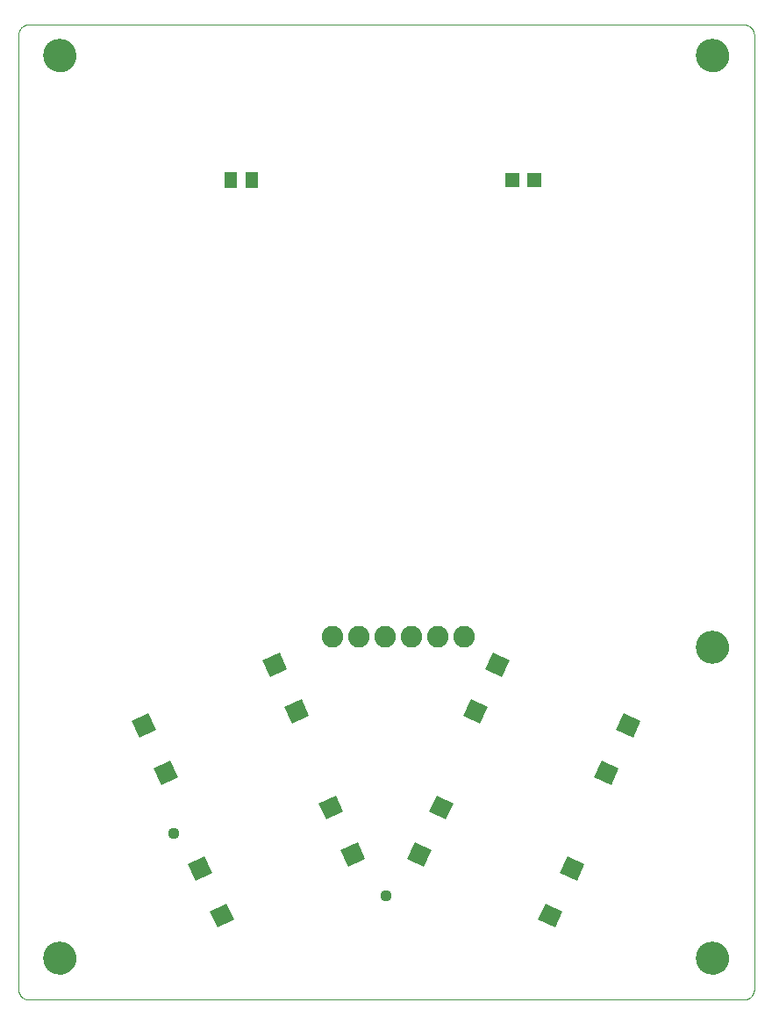
<source format=gbs>
G75*
%MOIN*%
%OFA0B0*%
%FSLAX25Y25*%
%IPPOS*%
%LPD*%
%AMOC8*
5,1,8,0,0,1.08239X$1,22.5*
%
%ADD10C,0.00000*%
%ADD11R,0.07099X0.06902*%
%ADD12C,0.08200*%
%ADD13C,0.12611*%
%ADD14R,0.05131X0.06312*%
%ADD15R,0.05524X0.05524*%
%ADD16C,0.04369*%
D10*
X0005437Y0002252D02*
X0277091Y0002252D01*
X0277215Y0002254D01*
X0277338Y0002260D01*
X0277462Y0002269D01*
X0277584Y0002283D01*
X0277707Y0002300D01*
X0277829Y0002322D01*
X0277950Y0002347D01*
X0278070Y0002376D01*
X0278189Y0002408D01*
X0278308Y0002445D01*
X0278425Y0002485D01*
X0278540Y0002528D01*
X0278655Y0002576D01*
X0278767Y0002627D01*
X0278878Y0002681D01*
X0278988Y0002739D01*
X0279095Y0002800D01*
X0279201Y0002865D01*
X0279304Y0002933D01*
X0279405Y0003004D01*
X0279504Y0003078D01*
X0279601Y0003155D01*
X0279695Y0003236D01*
X0279786Y0003319D01*
X0279875Y0003405D01*
X0279961Y0003494D01*
X0280044Y0003585D01*
X0280125Y0003679D01*
X0280202Y0003776D01*
X0280276Y0003875D01*
X0280347Y0003976D01*
X0280415Y0004079D01*
X0280480Y0004185D01*
X0280541Y0004292D01*
X0280599Y0004402D01*
X0280653Y0004513D01*
X0280704Y0004625D01*
X0280752Y0004740D01*
X0280795Y0004855D01*
X0280835Y0004972D01*
X0280872Y0005091D01*
X0280904Y0005210D01*
X0280933Y0005330D01*
X0280958Y0005451D01*
X0280980Y0005573D01*
X0280997Y0005696D01*
X0281011Y0005818D01*
X0281020Y0005942D01*
X0281026Y0006065D01*
X0281028Y0006189D01*
X0281028Y0368394D01*
X0281026Y0368518D01*
X0281020Y0368641D01*
X0281011Y0368765D01*
X0280997Y0368887D01*
X0280980Y0369010D01*
X0280958Y0369132D01*
X0280933Y0369253D01*
X0280904Y0369373D01*
X0280872Y0369492D01*
X0280835Y0369611D01*
X0280795Y0369728D01*
X0280752Y0369843D01*
X0280704Y0369958D01*
X0280653Y0370070D01*
X0280599Y0370181D01*
X0280541Y0370291D01*
X0280480Y0370398D01*
X0280415Y0370504D01*
X0280347Y0370607D01*
X0280276Y0370708D01*
X0280202Y0370807D01*
X0280125Y0370904D01*
X0280044Y0370998D01*
X0279961Y0371089D01*
X0279875Y0371178D01*
X0279786Y0371264D01*
X0279695Y0371347D01*
X0279601Y0371428D01*
X0279504Y0371505D01*
X0279405Y0371579D01*
X0279304Y0371650D01*
X0279201Y0371718D01*
X0279095Y0371783D01*
X0278988Y0371844D01*
X0278878Y0371902D01*
X0278767Y0371956D01*
X0278655Y0372007D01*
X0278540Y0372055D01*
X0278425Y0372098D01*
X0278308Y0372138D01*
X0278189Y0372175D01*
X0278070Y0372207D01*
X0277950Y0372236D01*
X0277829Y0372261D01*
X0277707Y0372283D01*
X0277584Y0372300D01*
X0277462Y0372314D01*
X0277338Y0372323D01*
X0277215Y0372329D01*
X0277091Y0372331D01*
X0005437Y0372331D01*
X0005313Y0372329D01*
X0005190Y0372323D01*
X0005066Y0372314D01*
X0004944Y0372300D01*
X0004821Y0372283D01*
X0004699Y0372261D01*
X0004578Y0372236D01*
X0004458Y0372207D01*
X0004339Y0372175D01*
X0004220Y0372138D01*
X0004103Y0372098D01*
X0003988Y0372055D01*
X0003873Y0372007D01*
X0003761Y0371956D01*
X0003650Y0371902D01*
X0003540Y0371844D01*
X0003433Y0371783D01*
X0003327Y0371718D01*
X0003224Y0371650D01*
X0003123Y0371579D01*
X0003024Y0371505D01*
X0002927Y0371428D01*
X0002833Y0371347D01*
X0002742Y0371264D01*
X0002653Y0371178D01*
X0002567Y0371089D01*
X0002484Y0370998D01*
X0002403Y0370904D01*
X0002326Y0370807D01*
X0002252Y0370708D01*
X0002181Y0370607D01*
X0002113Y0370504D01*
X0002048Y0370398D01*
X0001987Y0370291D01*
X0001929Y0370181D01*
X0001875Y0370070D01*
X0001824Y0369958D01*
X0001776Y0369843D01*
X0001733Y0369728D01*
X0001693Y0369611D01*
X0001656Y0369492D01*
X0001624Y0369373D01*
X0001595Y0369253D01*
X0001570Y0369132D01*
X0001548Y0369010D01*
X0001531Y0368887D01*
X0001517Y0368765D01*
X0001508Y0368641D01*
X0001502Y0368518D01*
X0001500Y0368394D01*
X0001500Y0006189D01*
X0001502Y0006065D01*
X0001508Y0005942D01*
X0001517Y0005818D01*
X0001531Y0005696D01*
X0001548Y0005573D01*
X0001570Y0005451D01*
X0001595Y0005330D01*
X0001624Y0005210D01*
X0001656Y0005091D01*
X0001693Y0004972D01*
X0001733Y0004855D01*
X0001776Y0004740D01*
X0001824Y0004625D01*
X0001875Y0004513D01*
X0001929Y0004402D01*
X0001987Y0004292D01*
X0002048Y0004185D01*
X0002113Y0004079D01*
X0002181Y0003976D01*
X0002252Y0003875D01*
X0002326Y0003776D01*
X0002403Y0003679D01*
X0002484Y0003585D01*
X0002567Y0003494D01*
X0002653Y0003405D01*
X0002742Y0003319D01*
X0002833Y0003236D01*
X0002927Y0003155D01*
X0003024Y0003078D01*
X0003123Y0003004D01*
X0003224Y0002933D01*
X0003327Y0002865D01*
X0003433Y0002800D01*
X0003540Y0002739D01*
X0003650Y0002681D01*
X0003761Y0002627D01*
X0003873Y0002576D01*
X0003988Y0002528D01*
X0004103Y0002485D01*
X0004220Y0002445D01*
X0004339Y0002408D01*
X0004458Y0002376D01*
X0004578Y0002347D01*
X0004699Y0002322D01*
X0004821Y0002300D01*
X0004944Y0002283D01*
X0005066Y0002269D01*
X0005190Y0002260D01*
X0005313Y0002254D01*
X0005437Y0002252D01*
X0011342Y0018000D02*
X0011344Y0018153D01*
X0011350Y0018307D01*
X0011360Y0018460D01*
X0011374Y0018612D01*
X0011392Y0018765D01*
X0011414Y0018916D01*
X0011439Y0019067D01*
X0011469Y0019218D01*
X0011503Y0019368D01*
X0011540Y0019516D01*
X0011581Y0019664D01*
X0011626Y0019810D01*
X0011675Y0019956D01*
X0011728Y0020100D01*
X0011784Y0020242D01*
X0011844Y0020383D01*
X0011908Y0020523D01*
X0011975Y0020661D01*
X0012046Y0020797D01*
X0012121Y0020931D01*
X0012198Y0021063D01*
X0012280Y0021193D01*
X0012364Y0021321D01*
X0012452Y0021447D01*
X0012543Y0021570D01*
X0012637Y0021691D01*
X0012735Y0021809D01*
X0012835Y0021925D01*
X0012939Y0022038D01*
X0013045Y0022149D01*
X0013154Y0022257D01*
X0013266Y0022362D01*
X0013380Y0022463D01*
X0013498Y0022562D01*
X0013617Y0022658D01*
X0013739Y0022751D01*
X0013864Y0022840D01*
X0013991Y0022927D01*
X0014120Y0023009D01*
X0014251Y0023089D01*
X0014384Y0023165D01*
X0014519Y0023238D01*
X0014656Y0023307D01*
X0014795Y0023372D01*
X0014935Y0023434D01*
X0015077Y0023492D01*
X0015220Y0023547D01*
X0015365Y0023598D01*
X0015511Y0023645D01*
X0015658Y0023688D01*
X0015806Y0023727D01*
X0015955Y0023763D01*
X0016105Y0023794D01*
X0016256Y0023822D01*
X0016407Y0023846D01*
X0016560Y0023866D01*
X0016712Y0023882D01*
X0016865Y0023894D01*
X0017018Y0023902D01*
X0017171Y0023906D01*
X0017325Y0023906D01*
X0017478Y0023902D01*
X0017631Y0023894D01*
X0017784Y0023882D01*
X0017936Y0023866D01*
X0018089Y0023846D01*
X0018240Y0023822D01*
X0018391Y0023794D01*
X0018541Y0023763D01*
X0018690Y0023727D01*
X0018838Y0023688D01*
X0018985Y0023645D01*
X0019131Y0023598D01*
X0019276Y0023547D01*
X0019419Y0023492D01*
X0019561Y0023434D01*
X0019701Y0023372D01*
X0019840Y0023307D01*
X0019977Y0023238D01*
X0020112Y0023165D01*
X0020245Y0023089D01*
X0020376Y0023009D01*
X0020505Y0022927D01*
X0020632Y0022840D01*
X0020757Y0022751D01*
X0020879Y0022658D01*
X0020998Y0022562D01*
X0021116Y0022463D01*
X0021230Y0022362D01*
X0021342Y0022257D01*
X0021451Y0022149D01*
X0021557Y0022038D01*
X0021661Y0021925D01*
X0021761Y0021809D01*
X0021859Y0021691D01*
X0021953Y0021570D01*
X0022044Y0021447D01*
X0022132Y0021321D01*
X0022216Y0021193D01*
X0022298Y0021063D01*
X0022375Y0020931D01*
X0022450Y0020797D01*
X0022521Y0020661D01*
X0022588Y0020523D01*
X0022652Y0020383D01*
X0022712Y0020242D01*
X0022768Y0020100D01*
X0022821Y0019956D01*
X0022870Y0019810D01*
X0022915Y0019664D01*
X0022956Y0019516D01*
X0022993Y0019368D01*
X0023027Y0019218D01*
X0023057Y0019067D01*
X0023082Y0018916D01*
X0023104Y0018765D01*
X0023122Y0018612D01*
X0023136Y0018460D01*
X0023146Y0018307D01*
X0023152Y0018153D01*
X0023154Y0018000D01*
X0023152Y0017847D01*
X0023146Y0017693D01*
X0023136Y0017540D01*
X0023122Y0017388D01*
X0023104Y0017235D01*
X0023082Y0017084D01*
X0023057Y0016933D01*
X0023027Y0016782D01*
X0022993Y0016632D01*
X0022956Y0016484D01*
X0022915Y0016336D01*
X0022870Y0016190D01*
X0022821Y0016044D01*
X0022768Y0015900D01*
X0022712Y0015758D01*
X0022652Y0015617D01*
X0022588Y0015477D01*
X0022521Y0015339D01*
X0022450Y0015203D01*
X0022375Y0015069D01*
X0022298Y0014937D01*
X0022216Y0014807D01*
X0022132Y0014679D01*
X0022044Y0014553D01*
X0021953Y0014430D01*
X0021859Y0014309D01*
X0021761Y0014191D01*
X0021661Y0014075D01*
X0021557Y0013962D01*
X0021451Y0013851D01*
X0021342Y0013743D01*
X0021230Y0013638D01*
X0021116Y0013537D01*
X0020998Y0013438D01*
X0020879Y0013342D01*
X0020757Y0013249D01*
X0020632Y0013160D01*
X0020505Y0013073D01*
X0020376Y0012991D01*
X0020245Y0012911D01*
X0020112Y0012835D01*
X0019977Y0012762D01*
X0019840Y0012693D01*
X0019701Y0012628D01*
X0019561Y0012566D01*
X0019419Y0012508D01*
X0019276Y0012453D01*
X0019131Y0012402D01*
X0018985Y0012355D01*
X0018838Y0012312D01*
X0018690Y0012273D01*
X0018541Y0012237D01*
X0018391Y0012206D01*
X0018240Y0012178D01*
X0018089Y0012154D01*
X0017936Y0012134D01*
X0017784Y0012118D01*
X0017631Y0012106D01*
X0017478Y0012098D01*
X0017325Y0012094D01*
X0017171Y0012094D01*
X0017018Y0012098D01*
X0016865Y0012106D01*
X0016712Y0012118D01*
X0016560Y0012134D01*
X0016407Y0012154D01*
X0016256Y0012178D01*
X0016105Y0012206D01*
X0015955Y0012237D01*
X0015806Y0012273D01*
X0015658Y0012312D01*
X0015511Y0012355D01*
X0015365Y0012402D01*
X0015220Y0012453D01*
X0015077Y0012508D01*
X0014935Y0012566D01*
X0014795Y0012628D01*
X0014656Y0012693D01*
X0014519Y0012762D01*
X0014384Y0012835D01*
X0014251Y0012911D01*
X0014120Y0012991D01*
X0013991Y0013073D01*
X0013864Y0013160D01*
X0013739Y0013249D01*
X0013617Y0013342D01*
X0013498Y0013438D01*
X0013380Y0013537D01*
X0013266Y0013638D01*
X0013154Y0013743D01*
X0013045Y0013851D01*
X0012939Y0013962D01*
X0012835Y0014075D01*
X0012735Y0014191D01*
X0012637Y0014309D01*
X0012543Y0014430D01*
X0012452Y0014553D01*
X0012364Y0014679D01*
X0012280Y0014807D01*
X0012198Y0014937D01*
X0012121Y0015069D01*
X0012046Y0015203D01*
X0011975Y0015339D01*
X0011908Y0015477D01*
X0011844Y0015617D01*
X0011784Y0015758D01*
X0011728Y0015900D01*
X0011675Y0016044D01*
X0011626Y0016190D01*
X0011581Y0016336D01*
X0011540Y0016484D01*
X0011503Y0016632D01*
X0011469Y0016782D01*
X0011439Y0016933D01*
X0011414Y0017084D01*
X0011392Y0017235D01*
X0011374Y0017388D01*
X0011360Y0017540D01*
X0011350Y0017693D01*
X0011344Y0017847D01*
X0011342Y0018000D01*
X0259374Y0018000D02*
X0259376Y0018153D01*
X0259382Y0018307D01*
X0259392Y0018460D01*
X0259406Y0018612D01*
X0259424Y0018765D01*
X0259446Y0018916D01*
X0259471Y0019067D01*
X0259501Y0019218D01*
X0259535Y0019368D01*
X0259572Y0019516D01*
X0259613Y0019664D01*
X0259658Y0019810D01*
X0259707Y0019956D01*
X0259760Y0020100D01*
X0259816Y0020242D01*
X0259876Y0020383D01*
X0259940Y0020523D01*
X0260007Y0020661D01*
X0260078Y0020797D01*
X0260153Y0020931D01*
X0260230Y0021063D01*
X0260312Y0021193D01*
X0260396Y0021321D01*
X0260484Y0021447D01*
X0260575Y0021570D01*
X0260669Y0021691D01*
X0260767Y0021809D01*
X0260867Y0021925D01*
X0260971Y0022038D01*
X0261077Y0022149D01*
X0261186Y0022257D01*
X0261298Y0022362D01*
X0261412Y0022463D01*
X0261530Y0022562D01*
X0261649Y0022658D01*
X0261771Y0022751D01*
X0261896Y0022840D01*
X0262023Y0022927D01*
X0262152Y0023009D01*
X0262283Y0023089D01*
X0262416Y0023165D01*
X0262551Y0023238D01*
X0262688Y0023307D01*
X0262827Y0023372D01*
X0262967Y0023434D01*
X0263109Y0023492D01*
X0263252Y0023547D01*
X0263397Y0023598D01*
X0263543Y0023645D01*
X0263690Y0023688D01*
X0263838Y0023727D01*
X0263987Y0023763D01*
X0264137Y0023794D01*
X0264288Y0023822D01*
X0264439Y0023846D01*
X0264592Y0023866D01*
X0264744Y0023882D01*
X0264897Y0023894D01*
X0265050Y0023902D01*
X0265203Y0023906D01*
X0265357Y0023906D01*
X0265510Y0023902D01*
X0265663Y0023894D01*
X0265816Y0023882D01*
X0265968Y0023866D01*
X0266121Y0023846D01*
X0266272Y0023822D01*
X0266423Y0023794D01*
X0266573Y0023763D01*
X0266722Y0023727D01*
X0266870Y0023688D01*
X0267017Y0023645D01*
X0267163Y0023598D01*
X0267308Y0023547D01*
X0267451Y0023492D01*
X0267593Y0023434D01*
X0267733Y0023372D01*
X0267872Y0023307D01*
X0268009Y0023238D01*
X0268144Y0023165D01*
X0268277Y0023089D01*
X0268408Y0023009D01*
X0268537Y0022927D01*
X0268664Y0022840D01*
X0268789Y0022751D01*
X0268911Y0022658D01*
X0269030Y0022562D01*
X0269148Y0022463D01*
X0269262Y0022362D01*
X0269374Y0022257D01*
X0269483Y0022149D01*
X0269589Y0022038D01*
X0269693Y0021925D01*
X0269793Y0021809D01*
X0269891Y0021691D01*
X0269985Y0021570D01*
X0270076Y0021447D01*
X0270164Y0021321D01*
X0270248Y0021193D01*
X0270330Y0021063D01*
X0270407Y0020931D01*
X0270482Y0020797D01*
X0270553Y0020661D01*
X0270620Y0020523D01*
X0270684Y0020383D01*
X0270744Y0020242D01*
X0270800Y0020100D01*
X0270853Y0019956D01*
X0270902Y0019810D01*
X0270947Y0019664D01*
X0270988Y0019516D01*
X0271025Y0019368D01*
X0271059Y0019218D01*
X0271089Y0019067D01*
X0271114Y0018916D01*
X0271136Y0018765D01*
X0271154Y0018612D01*
X0271168Y0018460D01*
X0271178Y0018307D01*
X0271184Y0018153D01*
X0271186Y0018000D01*
X0271184Y0017847D01*
X0271178Y0017693D01*
X0271168Y0017540D01*
X0271154Y0017388D01*
X0271136Y0017235D01*
X0271114Y0017084D01*
X0271089Y0016933D01*
X0271059Y0016782D01*
X0271025Y0016632D01*
X0270988Y0016484D01*
X0270947Y0016336D01*
X0270902Y0016190D01*
X0270853Y0016044D01*
X0270800Y0015900D01*
X0270744Y0015758D01*
X0270684Y0015617D01*
X0270620Y0015477D01*
X0270553Y0015339D01*
X0270482Y0015203D01*
X0270407Y0015069D01*
X0270330Y0014937D01*
X0270248Y0014807D01*
X0270164Y0014679D01*
X0270076Y0014553D01*
X0269985Y0014430D01*
X0269891Y0014309D01*
X0269793Y0014191D01*
X0269693Y0014075D01*
X0269589Y0013962D01*
X0269483Y0013851D01*
X0269374Y0013743D01*
X0269262Y0013638D01*
X0269148Y0013537D01*
X0269030Y0013438D01*
X0268911Y0013342D01*
X0268789Y0013249D01*
X0268664Y0013160D01*
X0268537Y0013073D01*
X0268408Y0012991D01*
X0268277Y0012911D01*
X0268144Y0012835D01*
X0268009Y0012762D01*
X0267872Y0012693D01*
X0267733Y0012628D01*
X0267593Y0012566D01*
X0267451Y0012508D01*
X0267308Y0012453D01*
X0267163Y0012402D01*
X0267017Y0012355D01*
X0266870Y0012312D01*
X0266722Y0012273D01*
X0266573Y0012237D01*
X0266423Y0012206D01*
X0266272Y0012178D01*
X0266121Y0012154D01*
X0265968Y0012134D01*
X0265816Y0012118D01*
X0265663Y0012106D01*
X0265510Y0012098D01*
X0265357Y0012094D01*
X0265203Y0012094D01*
X0265050Y0012098D01*
X0264897Y0012106D01*
X0264744Y0012118D01*
X0264592Y0012134D01*
X0264439Y0012154D01*
X0264288Y0012178D01*
X0264137Y0012206D01*
X0263987Y0012237D01*
X0263838Y0012273D01*
X0263690Y0012312D01*
X0263543Y0012355D01*
X0263397Y0012402D01*
X0263252Y0012453D01*
X0263109Y0012508D01*
X0262967Y0012566D01*
X0262827Y0012628D01*
X0262688Y0012693D01*
X0262551Y0012762D01*
X0262416Y0012835D01*
X0262283Y0012911D01*
X0262152Y0012991D01*
X0262023Y0013073D01*
X0261896Y0013160D01*
X0261771Y0013249D01*
X0261649Y0013342D01*
X0261530Y0013438D01*
X0261412Y0013537D01*
X0261298Y0013638D01*
X0261186Y0013743D01*
X0261077Y0013851D01*
X0260971Y0013962D01*
X0260867Y0014075D01*
X0260767Y0014191D01*
X0260669Y0014309D01*
X0260575Y0014430D01*
X0260484Y0014553D01*
X0260396Y0014679D01*
X0260312Y0014807D01*
X0260230Y0014937D01*
X0260153Y0015069D01*
X0260078Y0015203D01*
X0260007Y0015339D01*
X0259940Y0015477D01*
X0259876Y0015617D01*
X0259816Y0015758D01*
X0259760Y0015900D01*
X0259707Y0016044D01*
X0259658Y0016190D01*
X0259613Y0016336D01*
X0259572Y0016484D01*
X0259535Y0016632D01*
X0259501Y0016782D01*
X0259471Y0016933D01*
X0259446Y0017084D01*
X0259424Y0017235D01*
X0259406Y0017388D01*
X0259392Y0017540D01*
X0259382Y0017693D01*
X0259376Y0017847D01*
X0259374Y0018000D01*
X0259374Y0136110D02*
X0259376Y0136263D01*
X0259382Y0136417D01*
X0259392Y0136570D01*
X0259406Y0136722D01*
X0259424Y0136875D01*
X0259446Y0137026D01*
X0259471Y0137177D01*
X0259501Y0137328D01*
X0259535Y0137478D01*
X0259572Y0137626D01*
X0259613Y0137774D01*
X0259658Y0137920D01*
X0259707Y0138066D01*
X0259760Y0138210D01*
X0259816Y0138352D01*
X0259876Y0138493D01*
X0259940Y0138633D01*
X0260007Y0138771D01*
X0260078Y0138907D01*
X0260153Y0139041D01*
X0260230Y0139173D01*
X0260312Y0139303D01*
X0260396Y0139431D01*
X0260484Y0139557D01*
X0260575Y0139680D01*
X0260669Y0139801D01*
X0260767Y0139919D01*
X0260867Y0140035D01*
X0260971Y0140148D01*
X0261077Y0140259D01*
X0261186Y0140367D01*
X0261298Y0140472D01*
X0261412Y0140573D01*
X0261530Y0140672D01*
X0261649Y0140768D01*
X0261771Y0140861D01*
X0261896Y0140950D01*
X0262023Y0141037D01*
X0262152Y0141119D01*
X0262283Y0141199D01*
X0262416Y0141275D01*
X0262551Y0141348D01*
X0262688Y0141417D01*
X0262827Y0141482D01*
X0262967Y0141544D01*
X0263109Y0141602D01*
X0263252Y0141657D01*
X0263397Y0141708D01*
X0263543Y0141755D01*
X0263690Y0141798D01*
X0263838Y0141837D01*
X0263987Y0141873D01*
X0264137Y0141904D01*
X0264288Y0141932D01*
X0264439Y0141956D01*
X0264592Y0141976D01*
X0264744Y0141992D01*
X0264897Y0142004D01*
X0265050Y0142012D01*
X0265203Y0142016D01*
X0265357Y0142016D01*
X0265510Y0142012D01*
X0265663Y0142004D01*
X0265816Y0141992D01*
X0265968Y0141976D01*
X0266121Y0141956D01*
X0266272Y0141932D01*
X0266423Y0141904D01*
X0266573Y0141873D01*
X0266722Y0141837D01*
X0266870Y0141798D01*
X0267017Y0141755D01*
X0267163Y0141708D01*
X0267308Y0141657D01*
X0267451Y0141602D01*
X0267593Y0141544D01*
X0267733Y0141482D01*
X0267872Y0141417D01*
X0268009Y0141348D01*
X0268144Y0141275D01*
X0268277Y0141199D01*
X0268408Y0141119D01*
X0268537Y0141037D01*
X0268664Y0140950D01*
X0268789Y0140861D01*
X0268911Y0140768D01*
X0269030Y0140672D01*
X0269148Y0140573D01*
X0269262Y0140472D01*
X0269374Y0140367D01*
X0269483Y0140259D01*
X0269589Y0140148D01*
X0269693Y0140035D01*
X0269793Y0139919D01*
X0269891Y0139801D01*
X0269985Y0139680D01*
X0270076Y0139557D01*
X0270164Y0139431D01*
X0270248Y0139303D01*
X0270330Y0139173D01*
X0270407Y0139041D01*
X0270482Y0138907D01*
X0270553Y0138771D01*
X0270620Y0138633D01*
X0270684Y0138493D01*
X0270744Y0138352D01*
X0270800Y0138210D01*
X0270853Y0138066D01*
X0270902Y0137920D01*
X0270947Y0137774D01*
X0270988Y0137626D01*
X0271025Y0137478D01*
X0271059Y0137328D01*
X0271089Y0137177D01*
X0271114Y0137026D01*
X0271136Y0136875D01*
X0271154Y0136722D01*
X0271168Y0136570D01*
X0271178Y0136417D01*
X0271184Y0136263D01*
X0271186Y0136110D01*
X0271184Y0135957D01*
X0271178Y0135803D01*
X0271168Y0135650D01*
X0271154Y0135498D01*
X0271136Y0135345D01*
X0271114Y0135194D01*
X0271089Y0135043D01*
X0271059Y0134892D01*
X0271025Y0134742D01*
X0270988Y0134594D01*
X0270947Y0134446D01*
X0270902Y0134300D01*
X0270853Y0134154D01*
X0270800Y0134010D01*
X0270744Y0133868D01*
X0270684Y0133727D01*
X0270620Y0133587D01*
X0270553Y0133449D01*
X0270482Y0133313D01*
X0270407Y0133179D01*
X0270330Y0133047D01*
X0270248Y0132917D01*
X0270164Y0132789D01*
X0270076Y0132663D01*
X0269985Y0132540D01*
X0269891Y0132419D01*
X0269793Y0132301D01*
X0269693Y0132185D01*
X0269589Y0132072D01*
X0269483Y0131961D01*
X0269374Y0131853D01*
X0269262Y0131748D01*
X0269148Y0131647D01*
X0269030Y0131548D01*
X0268911Y0131452D01*
X0268789Y0131359D01*
X0268664Y0131270D01*
X0268537Y0131183D01*
X0268408Y0131101D01*
X0268277Y0131021D01*
X0268144Y0130945D01*
X0268009Y0130872D01*
X0267872Y0130803D01*
X0267733Y0130738D01*
X0267593Y0130676D01*
X0267451Y0130618D01*
X0267308Y0130563D01*
X0267163Y0130512D01*
X0267017Y0130465D01*
X0266870Y0130422D01*
X0266722Y0130383D01*
X0266573Y0130347D01*
X0266423Y0130316D01*
X0266272Y0130288D01*
X0266121Y0130264D01*
X0265968Y0130244D01*
X0265816Y0130228D01*
X0265663Y0130216D01*
X0265510Y0130208D01*
X0265357Y0130204D01*
X0265203Y0130204D01*
X0265050Y0130208D01*
X0264897Y0130216D01*
X0264744Y0130228D01*
X0264592Y0130244D01*
X0264439Y0130264D01*
X0264288Y0130288D01*
X0264137Y0130316D01*
X0263987Y0130347D01*
X0263838Y0130383D01*
X0263690Y0130422D01*
X0263543Y0130465D01*
X0263397Y0130512D01*
X0263252Y0130563D01*
X0263109Y0130618D01*
X0262967Y0130676D01*
X0262827Y0130738D01*
X0262688Y0130803D01*
X0262551Y0130872D01*
X0262416Y0130945D01*
X0262283Y0131021D01*
X0262152Y0131101D01*
X0262023Y0131183D01*
X0261896Y0131270D01*
X0261771Y0131359D01*
X0261649Y0131452D01*
X0261530Y0131548D01*
X0261412Y0131647D01*
X0261298Y0131748D01*
X0261186Y0131853D01*
X0261077Y0131961D01*
X0260971Y0132072D01*
X0260867Y0132185D01*
X0260767Y0132301D01*
X0260669Y0132419D01*
X0260575Y0132540D01*
X0260484Y0132663D01*
X0260396Y0132789D01*
X0260312Y0132917D01*
X0260230Y0133047D01*
X0260153Y0133179D01*
X0260078Y0133313D01*
X0260007Y0133449D01*
X0259940Y0133587D01*
X0259876Y0133727D01*
X0259816Y0133868D01*
X0259760Y0134010D01*
X0259707Y0134154D01*
X0259658Y0134300D01*
X0259613Y0134446D01*
X0259572Y0134594D01*
X0259535Y0134742D01*
X0259501Y0134892D01*
X0259471Y0135043D01*
X0259446Y0135194D01*
X0259424Y0135345D01*
X0259406Y0135498D01*
X0259392Y0135650D01*
X0259382Y0135803D01*
X0259376Y0135957D01*
X0259374Y0136110D01*
X0259374Y0360520D02*
X0259376Y0360673D01*
X0259382Y0360827D01*
X0259392Y0360980D01*
X0259406Y0361132D01*
X0259424Y0361285D01*
X0259446Y0361436D01*
X0259471Y0361587D01*
X0259501Y0361738D01*
X0259535Y0361888D01*
X0259572Y0362036D01*
X0259613Y0362184D01*
X0259658Y0362330D01*
X0259707Y0362476D01*
X0259760Y0362620D01*
X0259816Y0362762D01*
X0259876Y0362903D01*
X0259940Y0363043D01*
X0260007Y0363181D01*
X0260078Y0363317D01*
X0260153Y0363451D01*
X0260230Y0363583D01*
X0260312Y0363713D01*
X0260396Y0363841D01*
X0260484Y0363967D01*
X0260575Y0364090D01*
X0260669Y0364211D01*
X0260767Y0364329D01*
X0260867Y0364445D01*
X0260971Y0364558D01*
X0261077Y0364669D01*
X0261186Y0364777D01*
X0261298Y0364882D01*
X0261412Y0364983D01*
X0261530Y0365082D01*
X0261649Y0365178D01*
X0261771Y0365271D01*
X0261896Y0365360D01*
X0262023Y0365447D01*
X0262152Y0365529D01*
X0262283Y0365609D01*
X0262416Y0365685D01*
X0262551Y0365758D01*
X0262688Y0365827D01*
X0262827Y0365892D01*
X0262967Y0365954D01*
X0263109Y0366012D01*
X0263252Y0366067D01*
X0263397Y0366118D01*
X0263543Y0366165D01*
X0263690Y0366208D01*
X0263838Y0366247D01*
X0263987Y0366283D01*
X0264137Y0366314D01*
X0264288Y0366342D01*
X0264439Y0366366D01*
X0264592Y0366386D01*
X0264744Y0366402D01*
X0264897Y0366414D01*
X0265050Y0366422D01*
X0265203Y0366426D01*
X0265357Y0366426D01*
X0265510Y0366422D01*
X0265663Y0366414D01*
X0265816Y0366402D01*
X0265968Y0366386D01*
X0266121Y0366366D01*
X0266272Y0366342D01*
X0266423Y0366314D01*
X0266573Y0366283D01*
X0266722Y0366247D01*
X0266870Y0366208D01*
X0267017Y0366165D01*
X0267163Y0366118D01*
X0267308Y0366067D01*
X0267451Y0366012D01*
X0267593Y0365954D01*
X0267733Y0365892D01*
X0267872Y0365827D01*
X0268009Y0365758D01*
X0268144Y0365685D01*
X0268277Y0365609D01*
X0268408Y0365529D01*
X0268537Y0365447D01*
X0268664Y0365360D01*
X0268789Y0365271D01*
X0268911Y0365178D01*
X0269030Y0365082D01*
X0269148Y0364983D01*
X0269262Y0364882D01*
X0269374Y0364777D01*
X0269483Y0364669D01*
X0269589Y0364558D01*
X0269693Y0364445D01*
X0269793Y0364329D01*
X0269891Y0364211D01*
X0269985Y0364090D01*
X0270076Y0363967D01*
X0270164Y0363841D01*
X0270248Y0363713D01*
X0270330Y0363583D01*
X0270407Y0363451D01*
X0270482Y0363317D01*
X0270553Y0363181D01*
X0270620Y0363043D01*
X0270684Y0362903D01*
X0270744Y0362762D01*
X0270800Y0362620D01*
X0270853Y0362476D01*
X0270902Y0362330D01*
X0270947Y0362184D01*
X0270988Y0362036D01*
X0271025Y0361888D01*
X0271059Y0361738D01*
X0271089Y0361587D01*
X0271114Y0361436D01*
X0271136Y0361285D01*
X0271154Y0361132D01*
X0271168Y0360980D01*
X0271178Y0360827D01*
X0271184Y0360673D01*
X0271186Y0360520D01*
X0271184Y0360367D01*
X0271178Y0360213D01*
X0271168Y0360060D01*
X0271154Y0359908D01*
X0271136Y0359755D01*
X0271114Y0359604D01*
X0271089Y0359453D01*
X0271059Y0359302D01*
X0271025Y0359152D01*
X0270988Y0359004D01*
X0270947Y0358856D01*
X0270902Y0358710D01*
X0270853Y0358564D01*
X0270800Y0358420D01*
X0270744Y0358278D01*
X0270684Y0358137D01*
X0270620Y0357997D01*
X0270553Y0357859D01*
X0270482Y0357723D01*
X0270407Y0357589D01*
X0270330Y0357457D01*
X0270248Y0357327D01*
X0270164Y0357199D01*
X0270076Y0357073D01*
X0269985Y0356950D01*
X0269891Y0356829D01*
X0269793Y0356711D01*
X0269693Y0356595D01*
X0269589Y0356482D01*
X0269483Y0356371D01*
X0269374Y0356263D01*
X0269262Y0356158D01*
X0269148Y0356057D01*
X0269030Y0355958D01*
X0268911Y0355862D01*
X0268789Y0355769D01*
X0268664Y0355680D01*
X0268537Y0355593D01*
X0268408Y0355511D01*
X0268277Y0355431D01*
X0268144Y0355355D01*
X0268009Y0355282D01*
X0267872Y0355213D01*
X0267733Y0355148D01*
X0267593Y0355086D01*
X0267451Y0355028D01*
X0267308Y0354973D01*
X0267163Y0354922D01*
X0267017Y0354875D01*
X0266870Y0354832D01*
X0266722Y0354793D01*
X0266573Y0354757D01*
X0266423Y0354726D01*
X0266272Y0354698D01*
X0266121Y0354674D01*
X0265968Y0354654D01*
X0265816Y0354638D01*
X0265663Y0354626D01*
X0265510Y0354618D01*
X0265357Y0354614D01*
X0265203Y0354614D01*
X0265050Y0354618D01*
X0264897Y0354626D01*
X0264744Y0354638D01*
X0264592Y0354654D01*
X0264439Y0354674D01*
X0264288Y0354698D01*
X0264137Y0354726D01*
X0263987Y0354757D01*
X0263838Y0354793D01*
X0263690Y0354832D01*
X0263543Y0354875D01*
X0263397Y0354922D01*
X0263252Y0354973D01*
X0263109Y0355028D01*
X0262967Y0355086D01*
X0262827Y0355148D01*
X0262688Y0355213D01*
X0262551Y0355282D01*
X0262416Y0355355D01*
X0262283Y0355431D01*
X0262152Y0355511D01*
X0262023Y0355593D01*
X0261896Y0355680D01*
X0261771Y0355769D01*
X0261649Y0355862D01*
X0261530Y0355958D01*
X0261412Y0356057D01*
X0261298Y0356158D01*
X0261186Y0356263D01*
X0261077Y0356371D01*
X0260971Y0356482D01*
X0260867Y0356595D01*
X0260767Y0356711D01*
X0260669Y0356829D01*
X0260575Y0356950D01*
X0260484Y0357073D01*
X0260396Y0357199D01*
X0260312Y0357327D01*
X0260230Y0357457D01*
X0260153Y0357589D01*
X0260078Y0357723D01*
X0260007Y0357859D01*
X0259940Y0357997D01*
X0259876Y0358137D01*
X0259816Y0358278D01*
X0259760Y0358420D01*
X0259707Y0358564D01*
X0259658Y0358710D01*
X0259613Y0358856D01*
X0259572Y0359004D01*
X0259535Y0359152D01*
X0259501Y0359302D01*
X0259471Y0359453D01*
X0259446Y0359604D01*
X0259424Y0359755D01*
X0259406Y0359908D01*
X0259392Y0360060D01*
X0259382Y0360213D01*
X0259376Y0360367D01*
X0259374Y0360520D01*
X0011342Y0360520D02*
X0011344Y0360673D01*
X0011350Y0360827D01*
X0011360Y0360980D01*
X0011374Y0361132D01*
X0011392Y0361285D01*
X0011414Y0361436D01*
X0011439Y0361587D01*
X0011469Y0361738D01*
X0011503Y0361888D01*
X0011540Y0362036D01*
X0011581Y0362184D01*
X0011626Y0362330D01*
X0011675Y0362476D01*
X0011728Y0362620D01*
X0011784Y0362762D01*
X0011844Y0362903D01*
X0011908Y0363043D01*
X0011975Y0363181D01*
X0012046Y0363317D01*
X0012121Y0363451D01*
X0012198Y0363583D01*
X0012280Y0363713D01*
X0012364Y0363841D01*
X0012452Y0363967D01*
X0012543Y0364090D01*
X0012637Y0364211D01*
X0012735Y0364329D01*
X0012835Y0364445D01*
X0012939Y0364558D01*
X0013045Y0364669D01*
X0013154Y0364777D01*
X0013266Y0364882D01*
X0013380Y0364983D01*
X0013498Y0365082D01*
X0013617Y0365178D01*
X0013739Y0365271D01*
X0013864Y0365360D01*
X0013991Y0365447D01*
X0014120Y0365529D01*
X0014251Y0365609D01*
X0014384Y0365685D01*
X0014519Y0365758D01*
X0014656Y0365827D01*
X0014795Y0365892D01*
X0014935Y0365954D01*
X0015077Y0366012D01*
X0015220Y0366067D01*
X0015365Y0366118D01*
X0015511Y0366165D01*
X0015658Y0366208D01*
X0015806Y0366247D01*
X0015955Y0366283D01*
X0016105Y0366314D01*
X0016256Y0366342D01*
X0016407Y0366366D01*
X0016560Y0366386D01*
X0016712Y0366402D01*
X0016865Y0366414D01*
X0017018Y0366422D01*
X0017171Y0366426D01*
X0017325Y0366426D01*
X0017478Y0366422D01*
X0017631Y0366414D01*
X0017784Y0366402D01*
X0017936Y0366386D01*
X0018089Y0366366D01*
X0018240Y0366342D01*
X0018391Y0366314D01*
X0018541Y0366283D01*
X0018690Y0366247D01*
X0018838Y0366208D01*
X0018985Y0366165D01*
X0019131Y0366118D01*
X0019276Y0366067D01*
X0019419Y0366012D01*
X0019561Y0365954D01*
X0019701Y0365892D01*
X0019840Y0365827D01*
X0019977Y0365758D01*
X0020112Y0365685D01*
X0020245Y0365609D01*
X0020376Y0365529D01*
X0020505Y0365447D01*
X0020632Y0365360D01*
X0020757Y0365271D01*
X0020879Y0365178D01*
X0020998Y0365082D01*
X0021116Y0364983D01*
X0021230Y0364882D01*
X0021342Y0364777D01*
X0021451Y0364669D01*
X0021557Y0364558D01*
X0021661Y0364445D01*
X0021761Y0364329D01*
X0021859Y0364211D01*
X0021953Y0364090D01*
X0022044Y0363967D01*
X0022132Y0363841D01*
X0022216Y0363713D01*
X0022298Y0363583D01*
X0022375Y0363451D01*
X0022450Y0363317D01*
X0022521Y0363181D01*
X0022588Y0363043D01*
X0022652Y0362903D01*
X0022712Y0362762D01*
X0022768Y0362620D01*
X0022821Y0362476D01*
X0022870Y0362330D01*
X0022915Y0362184D01*
X0022956Y0362036D01*
X0022993Y0361888D01*
X0023027Y0361738D01*
X0023057Y0361587D01*
X0023082Y0361436D01*
X0023104Y0361285D01*
X0023122Y0361132D01*
X0023136Y0360980D01*
X0023146Y0360827D01*
X0023152Y0360673D01*
X0023154Y0360520D01*
X0023152Y0360367D01*
X0023146Y0360213D01*
X0023136Y0360060D01*
X0023122Y0359908D01*
X0023104Y0359755D01*
X0023082Y0359604D01*
X0023057Y0359453D01*
X0023027Y0359302D01*
X0022993Y0359152D01*
X0022956Y0359004D01*
X0022915Y0358856D01*
X0022870Y0358710D01*
X0022821Y0358564D01*
X0022768Y0358420D01*
X0022712Y0358278D01*
X0022652Y0358137D01*
X0022588Y0357997D01*
X0022521Y0357859D01*
X0022450Y0357723D01*
X0022375Y0357589D01*
X0022298Y0357457D01*
X0022216Y0357327D01*
X0022132Y0357199D01*
X0022044Y0357073D01*
X0021953Y0356950D01*
X0021859Y0356829D01*
X0021761Y0356711D01*
X0021661Y0356595D01*
X0021557Y0356482D01*
X0021451Y0356371D01*
X0021342Y0356263D01*
X0021230Y0356158D01*
X0021116Y0356057D01*
X0020998Y0355958D01*
X0020879Y0355862D01*
X0020757Y0355769D01*
X0020632Y0355680D01*
X0020505Y0355593D01*
X0020376Y0355511D01*
X0020245Y0355431D01*
X0020112Y0355355D01*
X0019977Y0355282D01*
X0019840Y0355213D01*
X0019701Y0355148D01*
X0019561Y0355086D01*
X0019419Y0355028D01*
X0019276Y0354973D01*
X0019131Y0354922D01*
X0018985Y0354875D01*
X0018838Y0354832D01*
X0018690Y0354793D01*
X0018541Y0354757D01*
X0018391Y0354726D01*
X0018240Y0354698D01*
X0018089Y0354674D01*
X0017936Y0354654D01*
X0017784Y0354638D01*
X0017631Y0354626D01*
X0017478Y0354618D01*
X0017325Y0354614D01*
X0017171Y0354614D01*
X0017018Y0354618D01*
X0016865Y0354626D01*
X0016712Y0354638D01*
X0016560Y0354654D01*
X0016407Y0354674D01*
X0016256Y0354698D01*
X0016105Y0354726D01*
X0015955Y0354757D01*
X0015806Y0354793D01*
X0015658Y0354832D01*
X0015511Y0354875D01*
X0015365Y0354922D01*
X0015220Y0354973D01*
X0015077Y0355028D01*
X0014935Y0355086D01*
X0014795Y0355148D01*
X0014656Y0355213D01*
X0014519Y0355282D01*
X0014384Y0355355D01*
X0014251Y0355431D01*
X0014120Y0355511D01*
X0013991Y0355593D01*
X0013864Y0355680D01*
X0013739Y0355769D01*
X0013617Y0355862D01*
X0013498Y0355958D01*
X0013380Y0356057D01*
X0013266Y0356158D01*
X0013154Y0356263D01*
X0013045Y0356371D01*
X0012939Y0356482D01*
X0012835Y0356595D01*
X0012735Y0356711D01*
X0012637Y0356829D01*
X0012543Y0356950D01*
X0012452Y0357073D01*
X0012364Y0357199D01*
X0012280Y0357327D01*
X0012198Y0357457D01*
X0012121Y0357589D01*
X0012046Y0357723D01*
X0011975Y0357859D01*
X0011908Y0357997D01*
X0011844Y0358137D01*
X0011784Y0358278D01*
X0011728Y0358420D01*
X0011675Y0358564D01*
X0011626Y0358710D01*
X0011581Y0358856D01*
X0011540Y0359004D01*
X0011503Y0359152D01*
X0011469Y0359302D01*
X0011439Y0359453D01*
X0011414Y0359604D01*
X0011392Y0359755D01*
X0011374Y0359908D01*
X0011360Y0360060D01*
X0011350Y0360213D01*
X0011344Y0360367D01*
X0011342Y0360520D01*
D11*
G36*
X0103674Y0127819D02*
X0097242Y0124819D01*
X0094326Y0131073D01*
X0100758Y0134073D01*
X0103674Y0127819D01*
G37*
G36*
X0111993Y0109978D02*
X0105561Y0106978D01*
X0102645Y0113232D01*
X0109077Y0116232D01*
X0111993Y0109978D01*
G37*
G36*
X0124999Y0073559D02*
X0118567Y0070559D01*
X0115651Y0076813D01*
X0122083Y0079813D01*
X0124999Y0073559D01*
G37*
G36*
X0133318Y0055718D02*
X0126886Y0052718D01*
X0123970Y0058972D01*
X0130402Y0061972D01*
X0133318Y0055718D01*
G37*
G36*
X0152125Y0061972D02*
X0158557Y0058972D01*
X0155641Y0052718D01*
X0149209Y0055718D01*
X0152125Y0061972D01*
G37*
G36*
X0160444Y0079813D02*
X0166876Y0076813D01*
X0163960Y0070559D01*
X0157528Y0073559D01*
X0160444Y0079813D01*
G37*
G36*
X0173451Y0116232D02*
X0179883Y0113232D01*
X0176967Y0106978D01*
X0170535Y0109978D01*
X0173451Y0116232D01*
G37*
G36*
X0181770Y0134073D02*
X0188202Y0131073D01*
X0185286Y0124819D01*
X0178854Y0127819D01*
X0181770Y0134073D01*
G37*
G36*
X0223226Y0093021D02*
X0229658Y0090021D01*
X0226742Y0083767D01*
X0220310Y0086767D01*
X0223226Y0093021D01*
G37*
G36*
X0231545Y0110862D02*
X0237977Y0107862D01*
X0235061Y0101608D01*
X0228629Y0104608D01*
X0231545Y0110862D01*
G37*
G36*
X0210220Y0056602D02*
X0216652Y0053602D01*
X0213736Y0047348D01*
X0207304Y0050348D01*
X0210220Y0056602D01*
G37*
G36*
X0201901Y0038761D02*
X0208333Y0035761D01*
X0205417Y0029507D01*
X0198985Y0032507D01*
X0201901Y0038761D01*
G37*
G36*
X0083543Y0032507D02*
X0077111Y0029507D01*
X0074195Y0035761D01*
X0080627Y0038761D01*
X0083543Y0032507D01*
G37*
G36*
X0075224Y0050348D02*
X0068792Y0047348D01*
X0065876Y0053602D01*
X0072308Y0056602D01*
X0075224Y0050348D01*
G37*
G36*
X0062218Y0086767D02*
X0055786Y0083767D01*
X0052870Y0090021D01*
X0059302Y0093021D01*
X0062218Y0086767D01*
G37*
G36*
X0053898Y0104608D02*
X0047466Y0101608D01*
X0044550Y0107862D01*
X0050982Y0110862D01*
X0053898Y0104608D01*
G37*
D12*
X0120791Y0140047D03*
X0130791Y0140047D03*
X0140791Y0140047D03*
X0150791Y0140047D03*
X0160791Y0140047D03*
X0170791Y0140047D03*
D13*
X0265280Y0136110D03*
X0265280Y0018000D03*
X0017248Y0018000D03*
X0017248Y0360520D03*
X0265280Y0360520D03*
D14*
X0090083Y0313276D03*
X0082209Y0313276D03*
D15*
X0189295Y0313276D03*
X0197563Y0313276D03*
D16*
X0060555Y0065244D03*
X0141264Y0041622D03*
M02*

</source>
